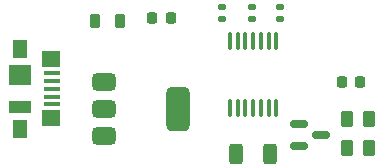
<source format=gbr>
%TF.GenerationSoftware,KiCad,Pcbnew,8.0.5*%
%TF.CreationDate,2025-01-07T00:48:21+01:00*%
%TF.ProjectId,my_Project3,6d795f50-726f-46a6-9563-74332e6b6963,rev?*%
%TF.SameCoordinates,Original*%
%TF.FileFunction,Paste,Top*%
%TF.FilePolarity,Positive*%
%FSLAX46Y46*%
G04 Gerber Fmt 4.6, Leading zero omitted, Abs format (unit mm)*
G04 Created by KiCad (PCBNEW 8.0.5) date 2025-01-07 00:48:21*
%MOMM*%
%LPD*%
G01*
G04 APERTURE LIST*
G04 Aperture macros list*
%AMRoundRect*
0 Rectangle with rounded corners*
0 $1 Rounding radius*
0 $2 $3 $4 $5 $6 $7 $8 $9 X,Y pos of 4 corners*
0 Add a 4 corners polygon primitive as box body*
4,1,4,$2,$3,$4,$5,$6,$7,$8,$9,$2,$3,0*
0 Add four circle primitives for the rounded corners*
1,1,$1+$1,$2,$3*
1,1,$1+$1,$4,$5*
1,1,$1+$1,$6,$7*
1,1,$1+$1,$8,$9*
0 Add four rect primitives between the rounded corners*
20,1,$1+$1,$2,$3,$4,$5,0*
20,1,$1+$1,$4,$5,$6,$7,0*
20,1,$1+$1,$6,$7,$8,$9,0*
20,1,$1+$1,$8,$9,$2,$3,0*%
G04 Aperture macros list end*
%ADD10R,1.380000X0.450000*%
%ADD11R,1.300000X1.650000*%
%ADD12R,1.550000X1.425000*%
%ADD13R,1.900000X1.800000*%
%ADD14R,1.900000X1.000000*%
%ADD15RoundRect,0.225000X-0.225000X-0.250000X0.225000X-0.250000X0.225000X0.250000X-0.225000X0.250000X0*%
%ADD16RoundRect,0.250000X-0.312500X-0.625000X0.312500X-0.625000X0.312500X0.625000X-0.312500X0.625000X0*%
%ADD17RoundRect,0.150000X-0.587500X-0.150000X0.587500X-0.150000X0.587500X0.150000X-0.587500X0.150000X0*%
%ADD18RoundRect,0.250000X-0.262500X-0.450000X0.262500X-0.450000X0.262500X0.450000X-0.262500X0.450000X0*%
%ADD19RoundRect,0.140000X0.170000X-0.140000X0.170000X0.140000X-0.170000X0.140000X-0.170000X-0.140000X0*%
%ADD20RoundRect,0.100000X0.100000X-0.637500X0.100000X0.637500X-0.100000X0.637500X-0.100000X-0.637500X0*%
%ADD21RoundRect,0.218750X-0.218750X-0.381250X0.218750X-0.381250X0.218750X0.381250X-0.218750X0.381250X0*%
%ADD22RoundRect,0.375000X-0.625000X-0.375000X0.625000X-0.375000X0.625000X0.375000X-0.625000X0.375000X0*%
%ADD23RoundRect,0.500000X-0.500000X-1.400000X0.500000X-1.400000X0.500000X1.400000X-0.500000X1.400000X0*%
G04 APERTURE END LIST*
D10*
%TO.C,J2*%
X121365000Y-79308500D03*
X121365000Y-79958500D03*
X121365000Y-80608500D03*
X121365000Y-81258500D03*
X121365000Y-81908500D03*
D11*
X118705000Y-77233500D03*
D12*
X121280000Y-78121000D03*
D13*
X118705000Y-79458500D03*
D14*
X118705000Y-82158500D03*
D12*
X121280000Y-83096000D03*
D11*
X118705000Y-83983500D03*
%TD*%
D15*
%TO.C,C4*%
X129880000Y-74596000D03*
X131430000Y-74596000D03*
%TD*%
D16*
%TO.C,R3*%
X136930000Y-86096000D03*
X139855000Y-86096000D03*
%TD*%
D17*
%TO.C,Q1*%
X142305000Y-83546000D03*
X142305000Y-85446000D03*
X144180000Y-84496000D03*
%TD*%
D15*
%TO.C,C5*%
X145915000Y-80036000D03*
X147465000Y-80036000D03*
%TD*%
D18*
%TO.C,R2*%
X146355000Y-85596000D03*
X148180000Y-85596000D03*
%TD*%
D19*
%TO.C,C2*%
X138280000Y-74676000D03*
X138280000Y-73716000D03*
%TD*%
%TO.C,C1*%
X135780000Y-74676000D03*
X135780000Y-73716000D03*
%TD*%
%TO.C,C3*%
X140680000Y-74676000D03*
X140680000Y-73716000D03*
%TD*%
D20*
%TO.C,U1*%
X136463500Y-82242500D03*
X137113500Y-82242500D03*
X137763500Y-82242500D03*
X138413500Y-82242500D03*
X139063500Y-82242500D03*
X139713500Y-82242500D03*
X140363500Y-82242500D03*
X140363500Y-76517500D03*
X139713500Y-76517500D03*
X139063500Y-76517500D03*
X138413500Y-76517500D03*
X137763500Y-76517500D03*
X137113500Y-76517500D03*
X136463500Y-76517500D03*
%TD*%
D18*
%TO.C,R1*%
X146380000Y-83196000D03*
X148205000Y-83196000D03*
%TD*%
D21*
%TO.C,FB1*%
X125055000Y-74896000D03*
X127180000Y-74896000D03*
%TD*%
D22*
%TO.C,U2*%
X125780000Y-79996000D03*
X125780000Y-82296000D03*
D23*
X132080000Y-82296000D03*
D22*
X125780000Y-84596000D03*
%TD*%
M02*

</source>
